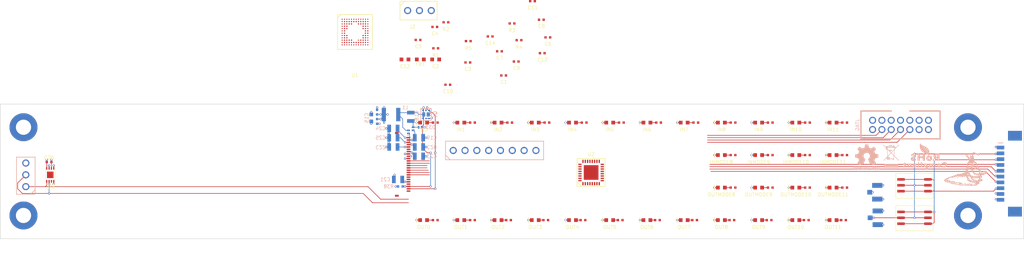
<source format=kicad_pcb>
(kicad_pcb (version 20211014) (generator pcbnew)
  (layers (0 "F.Cu" signal) (1 "In1.Cu" signal) (2 "In2.Cu" signal) (31 "B.Cu" signal) (34 "B.Paste" user) (35 "F.Paste" user) (36 "B.SilkS" user "B.Silkscreen") (37 "F.SilkS" user "F.Silkscreen") (38 "B.Mask" user) (39 "F.Mask" user) (44 "Edge.Cuts" user))
  (net 0 "")
  (net 1 "/3V3")
  (net 2 "/GND")
  (net 3 "/RST_N")
  (net 4 "/A3V3")
  (net 5 "/3V3_SB")
  (net 6 "Net-(D1-Pad2)")
  (net 7 "Net-(D2-Pad2)")
  (net 8 "Net-(D3-Pad2)")
  (net 9 "Net-(D4-Pad2)")
  (net 10 "Net-(D5-Pad2)")
  (net 11 "Net-(D6-Pad2)")
  (net 12 "Net-(D7-Pad2)")
  (net 13 "Net-(D8-Pad2)")
  (net 14 "Net-(D9-Pad2)")
  (net 15 "Net-(D10-Pad2)")
  (net 16 "Net-(D11-Pad2)")
  (net 17 "Net-(D12-Pad2)")
  (net 18 "Net-(D13-Pad2)")
  (net 19 "Net-(D14-Pad2)")
  (net 20 "Net-(D15-Pad2)")
  (net 21 "Net-(D16-Pad2)")
  (net 22 "Net-(D17-Pad2)")
  (net 23 "Net-(D18-Pad2)")
  (net 24 "Net-(D19-Pad2)")
  (net 25 "Net-(D20-Pad2)")
  (net 26 "Net-(D21-Pad2)")
  (net 27 "Net-(D22-Pad2)")
  (net 28 "Net-(D23-Pad2)")
  (net 29 "Net-(D24-Pad2)")
  (net 30 "Net-(D25-Pad2)")
  (net 31 "Net-(D26-Pad2)")
  (net 32 "Net-(D27-Pad2)")
  (net 33 "Net-(D28-Pad2)")
  (net 34 "Net-(D29-Pad2)")
  (net 35 "Net-(D30-Pad2)")
  (net 36 "Net-(D31-Pad2)")
  (net 37 "Net-(D32-Pad2)")
  (net 38 "/SOFT_RST")
  (net 39 "/FRONTPANEL_SCK")
  (net 40 "/FRONTPANEL_MISO")
  (net 41 "/FRONTPANEL_MOSI")
  (net 42 "/FRONTPANEL_CS_N")
  (net 43 "/SOFT_PWR")
  (net 44 "/UART_RX")
  (net 45 "/UART_TX")
  (net 47 "/JTAG_TMS")
  (net 48 "/JTAG_TCK")
  (net 49 "/JTAG_TDO")
  (net 50 "/JTAG_TDI")
  (net 53 "/BOOT0")
  (net 54 "Net-(R3-Pad1)")
  (net 55 "/I2C_SDA")
  (net 56 "/I2C_SCL")
  (net 57 "/DIROUT_LED_0")
  (net 58 "/DIROUT_LED_1")
  (net 59 "/DIROUT_LED_2")
  (net 60 "/DIROUT_LED_3")
  (net 61 "/DIRIN_LED_0")
  (net 62 "/DIRIN_LED_1")
  (net 63 "/DIRIN_LED_2")
  (net 64 "/DIRIN_LED_3")
  (net 65 "/TRIGOUT_LED_0")
  (net 66 "/TRIGOUT_LED_1")
  (net 67 "/TRIGOUT_LED_2")
  (net 68 "/TRIGOUT_LED_3")
  (net 69 "/TRIGOUT_LED_4")
  (net 70 "/TRIGOUT_LED_5")
  (net 71 "/TRIGOUT_LED_6")
  (net 72 "/TRIGOUT_LED_7")
  (net 73 "/TRIGOUT_LED_8")
  (net 74 "/TRIGOUT_LED_9")
  (net 75 "/TRIGOUT_LED_10")
  (net 76 "/TRIGOUT_LED_11")
  (net 77 "/TRIGIN_LED_0")
  (net 78 "/TRIGIN_LED_1")
  (net 79 "/TRIGIN_LED_2")
  (net 80 "/TRIGIN_LED_3")
  (net 81 "/TRIGIN_LED_4")
  (net 82 "/TRIGIN_LED_5")
  (net 83 "/TRIGIN_LED_6")
  (net 84 "/TRIGIN_LED_7")
  (net 85 "/TRIGIN_LED_8")
  (net 86 "/TRIGIN_LED_9")
  (net 87 "/TRIGIN_LED_10")
  (net 88 "/TRIGIN_LED_11")
  (net 142 "/TCA_RST_N")
  (net 145 "/DPY_GDR")
  (net 146 "/DPY_RESE")
  (net 148 "/DPY_VHDR")
  (net 151 "/DPY_BS")
  (net 152 "/DPY_BUSY_N")
  (net 153 "/DPY_RST_N")
  (net 154 "/DPY_DC")
  (net 155 "/DPY_SPI_CS_N")
  (net 156 "/DPY_SPI_SCK")
  (net 157 "/DPY_SPI_DATA")
  (net 158 "/DPY_VDDD")
  (net 160 "/DPY_VDH")
  (net 161 "/DPY_VGH")
  (net 162 "/DPY_VDL")
  (net 163 "/DPY_VGL")
  (net 164 "/DPY_VCOM")
  (net 169 "Net-(C18-Pad1)")
  (net 172 "Net-(C18-Pad2)")
  (footprint "azonenberg_pcb:EIA_0402_RES_NOSILK" (layer "F.Cu") (at 121.6 70.45)
    (fp_text reference "R5")
    (fp_text value "4.7K" hide)
  )
  (footprint "azonenberg_pcb:EIA_0603_LED" (layer "F.Cu") (at 151.99 109)
    (fp_text reference "D14" hide)
    (fp_text value "GREEN" hide)
  )
  (footprint "azonenberg_pcb:EIA_0603_LED" (layer "F.Cu") (at 119.99 109)
    (fp_text reference "D10" hide)
    (fp_text value "GREEN" hide)
  )
  (footprint "azonenberg_pcb:EIA_0402_RES_NOSILK" (layer "F.Cu") (at 162.25 109 180)
    (fp_text reference "R20" hide)
    (fp_text value "470" hide)
  )
  (footprint "azonenberg_pcb:EIA_0402_RES_NOSILK" (layer "F.Cu") (at 202.5 88 180)
    (fp_text reference "R37" hide)
    (fp_text value "470" hide)
  )
  (footprint "azonenberg_pcb:EIA_0402_RES_NOSILK" (layer "F.Cu") (at 130.25 109 180)
    (fp_text reference "R16" hide)
    (fp_text value "470" hide)
  )
  (footprint "azonenberg_pcb:EIA_0402_RES_NOSILK" (layer "F.Cu") (at 186.5 95 180)
    (fp_text reference "R11" hide)
    (fp_text value "470" hide)
  )
  (footprint "azonenberg_pcb:EIA_0603_LED" (layer "F.Cu") (at 127.99 109)
    (fp_text reference "D11" hide)
    (fp_text value "GREEN" hide)
  )
  (footprint "azonenberg_pcb:EIA_0603_CAP_NOSILK" (layer "F.Cu") (at 107.99 74.4)
    (fp_text reference "C12")
    (fp_text value "4.7 uF" hide)
  )
  (footprint "azonenberg_pcb:EIA_0402_RES_NOSILK" (layer "F.Cu") (at 194.25 109 180)
    (fp_text reference "R24" hide)
    (fp_text value "470" hide)
  )
  (footprint "azonenberg_pcb:CONN_HEADER_2.54MM_1x3" (layer "F.Cu") (at 111.105 63.875)
    (fp_text reference "J2")
    (fp_text value "CONN_01X03" hide)
  )
  (footprint "azonenberg_pcb:EIA_0603_LED" (layer "F.Cu") (at 176 95)
    (fp_text reference "D5" hide)
    (fp_text value "GREEN" hide)
  )
  (footprint "azonenberg_pcb:EIA_0603_CAP_NOSILK" (layer "F.Cu") (at 114.59 74.4)
    (fp_text reference "C2")
    (fp_text value "4.7 uF" hide)
  )
  (footprint "azonenberg_pcb:EIA_0603_LED" (layer "F.Cu") (at 176 88)
    (fp_text reference "D29" hide)
    (fp_text value "GREEN" hide)
  )
  (footprint "azonenberg_pcb:EIA_0402_CAP_NOSILK" (layer "F.Cu") (at 135.4 61.85)
    (fp_text reference "C11")
    (fp_text value "0.47 uF" hide)
  )
  (footprint "azonenberg_pcb:EIA_0402_RES_NOSILK" (layer "F.Cu") (at 178.5 95 180)
    (fp_text reference "R10" hide)
    (fp_text value "470" hide)
  )
  (footprint "azonenberg_pcb:EIA_0402_RES_NOSILK" (layer "F.Cu") (at 186.25 109 180)
    (fp_text reference "R23" hide)
    (fp_text value "470" hide)
  )
  (footprint "azonenberg_pcb:SWITCH_RAFI_MICON_5" (layer "F.Cu") (at 217.5 108.5 90)
    (fp_text reference "SW2" hide)
    (fp_text value "SWITCH" hide)
  )
  (footprint "azonenberg_pcb:EIA_0603_LED" (layer "F.Cu") (at 200 95)
    (fp_text reference "D8" hide)
    (fp_text value "GREEN" hide)
  )
  (footprint "azonenberg_pcb:EIA_0603_LED" (layer "F.Cu") (at 144 88)
    (fp_text reference "D25" hide)
    (fp_text value "GREEN" hide)
  )
  (footprint "azonenberg_pcb:EIA_0603_LED" (layer "F.Cu") (at 192 102)
    (fp_text reference "D3" hide)
    (fp_text value "GREEN" hide)
  )
  (footprint "azonenberg_pcb:EIA_0603_LED" (layer "F.Cu") (at 152 88)
    (fp_text reference "D26" hide)
    (fp_text value "GREEN" hide)
  )
  (footprint "azonenberg_pcb:EIA_0402_CAP_NOSILK" (layer "F.Cu") (at 117.2 79.85)
    (fp_text reference "C10")
    (fp_text value "0.47 uF" hide)
  )
  (footprint "azonenberg_pcb:EIA_0402_RES_NOSILK" (layer "F.Cu") (at 114.5 109 180)
    (fp_text reference "R14" hide)
    (fp_text value "470" hide)
  )
  (footprint "azonenberg_pcb:EIA_0402_RES_NOSILK" (layer "F.Cu") (at 202.5 95 180)
    (fp_text reference "R13" hide)
    (fp_text value "470" hide)
  )
  (footprint "azonenberg_pcb:EIA_0603_LED" (layer "F.Cu") (at 184 95)
    (fp_text reference "D6" hide)
    (fp_text value "GREEN" hide)
  )
  (footprint "azonenberg_pcb:EIA_0402_CAP_NOSILK" (layer "F.Cu") (at 126.3 69.45)
    (fp_text reference "C14")
    (fp_text value "0.47 uF" hide)
  )
  (footprint "azonenberg_pcb:EIA_0402_CAP_NOSILK" (layer "F.Cu") (at 137.3 65.85)
    (fp_text reference "C8")
    (fp_text value "0.47 uF" hide)
  )
  (footprint "azonenberg_pcb:EIA_0402_RES_NOSILK" (layer "F.Cu") (at 202.5 102 180)
    (fp_text reference "R9" hide)
    (fp_text value "470" hide)
  )
  (footprint "azonenberg_pcb:EIA_0603_LED" (layer "F.Cu") (at 192 109)
    (fp_text reference "D19" hide)
    (fp_text value "GREEN" hide)
  )
  (footprint "azonenberg_pcb:EIA_0402_CAP_NOSILK" (layer "F.Cu") (at 31.5 96.5)
    (fp_text reference "C26")
    (fp_text value "0.47 uF" hide)
  )
  (footprint "azonenberg_pcb:EIA_0603_LED" (layer "F.Cu") (at 184 88)
    (fp_text reference "D30" hide)
    (fp_text value "GREEN" hide)
  )
  (footprint "azonenberg_pcb:EIA_0603_LED" (layer "F.Cu") (at 136 88)
    (fp_text reference "D24" hide)
    (fp_text value "GREEN" hide)
  )
  (footprint "azonenberg_pcb:EIA_0603_LED" (layer "F.Cu") (at 176 102)
    (fp_text reference "D1" hide)
    (fp_text value "GREEN" hide)
  )
  (footprint "azonenberg_pcb:EIA_0402_RES_NOSILK" (layer "F.Cu") (at 114.6 72)
    (fp_text reference "R1")
    (fp_text value "10K" hide)
  )
  (footprint "azonenberg_pcb:EIA_0603_LED" (layer "F.Cu") (at 200 88)
    (fp_text reference "D32" hide)
    (fp_text value "GREEN" hide)
  )
  (footprint "azonenberg_pcb:EIA_0402_RES_NOSILK" (layer "F.Cu") (at 194.5 88 180)
    (fp_text reference "R36" hide)
    (fp_text value "470" hide)
  )
  (footprint "azonenberg_pcb:EIA_0402_RES_NOSILK" (layer "F.Cu") (at 202.25 109 180)
    (fp_text reference "R25" hide)
    (fp_text value "470" hide)
  )
  (footprint "azonenberg_pcb:EIA_0402_RES_NOSILK" (layer "F.Cu") (at 194.5 102 180)
    (fp_text reference "R8" hide)
    (fp_text value "470" hide)
  )
  (footprint "azonenberg_pcb:EIA_0402_RES_NOSILK" (layer "F.Cu") (at 116.8 66.4)
    (fp_text reference "R2")
    (fp_text value "DNP" hide)
  )
  (footprint "azonenberg_pcb:EIA_0402_RES_NOSILK" (layer "F.Cu") (at 186.5 88 180)
    (fp_text reference "R35" hide)
    (fp_text value "470" hide)
  )
  (footprint "azonenberg_pcb:EIA_0603_LED" (layer "F.Cu") (at 159.99 109)
    (fp_text reference "D15" hide)
    (fp_text value "GREEN" hide)
  )
  (footprint "azonenberg_pcb:EIA_0402_CAP_NOSILK" (layer "F.Cu") (at 121.5 75.05)
    (fp_text reference "C3")
    (fp_text value "0.1 uF" hide)
  )
  (footprint "azonenberg_pcb:BGA_100_7x7_DEPOP_0.5MM_STM32_UFBGA100_OSHPARK" (layer "F.Cu") (at 97.25 68.5)
    (fp_text reference "U1")
    (fp_text value "STM32L431VxIx" hide)
  )
  (footprint "azonenberg_pcb:EIA_0603_LED" (layer "F.Cu") (at 184 102)
    (fp_text reference "D2" hide)
    (fp_text value "GREEN" hide)
  )
  (footprint "azonenberg_pcb:EIA_0402_RES_NOSILK" (layer "F.Cu") (at 154.5 88 180)
    (fp_text reference "R31" hide)
    (fp_text value "470" hide)
  )
  (footprint "azonenberg_pcb:EIA_0402_CAP_NOSILK" (layer "F.Cu") (at 137.5 73.05)
    (fp_text reference "C13")
    (fp_text value "0.47 uF" hide)
  )
  (footprint "azonenberg_pcb:EIA_0402_CAP_NOSILK" (layer "F.Cu") (at 128.3 72.65)
    (fp_text reference "C7")
    (fp_text value "0.47 uF" hide)
  )
  (footprint "azonenberg_pcb:EIA_0402_RES_NOSILK" (layer "F.Cu") (at 130.5 88 180)
    (fp_text reference "R28" hide)
    (fp_text value "470" hide)
  )
  (footprint "azonenberg_pcb:EIA_0603_LED" (layer "F.Cu") (at 128 88)
    (fp_text reference "D23" hide)
    (fp_text value "GREEN" hide)
  )
  (footprint "azonenberg_pcb:EIA_0402_RES_NOSILK" (layer "F.Cu") (at 170.5 88 180)
    (fp_text reference "R33" hide)
    (fp_text value "470" hide)
  )
  (footprint "azonenberg_pcb:DFN_8_0.5MM_2x3MM_TALL" (layer "F.Cu") (at 31.75 99.25)
    (fp_text reference "U3")
    (fp_text value "AT30TS74_UDFN" hide)
  )
  (footprint "azonenberg_pcb:QFN_32_0.5MM_5x5MM" (layer "F.Cu") (at 148 98.75 90)
    (fp_text reference "U2")
    (fp_text value "TCA6424A" hide)
  )
  (footprint "azonenberg_pcb:EIA_0603_LED" (layer "F.Cu") (at 160 88)
    (fp_text reference "D27" hide)
    (fp_text value "GREEN" hide)
  )
  (footprint "azonenberg_pcb:EIA_0603_LED" (layer "F.Cu") (at 143.99 109)
    (fp_text reference "D13" hide)
    (fp_text value "GREEN" hide)
  )
  (footprint "azonenberg_pcb:EIA_0402_RES_NOSILK" (layer "F.Cu") (at 170.25 109 180)
    (fp_text reference "R21" hide)
    (fp_text value "470" hide)
  )
  (footprint "azonenberg_pcb:EIA_0402_RES_NOSILK" (layer "F.Cu") (at 146.25 109 180)
    (fp_text reference "R18" hide)
    (fp_text value "470" hide)
  )
  (footprint "azonenberg_pcb:EIA_0402_RES_NOSILK" (layer "F.Cu") (at 131 66.65)
    (fp_text reference "R3")
    (fp_text value "33" hide)
  )
  (footprint "azonenberg_pcb:EIA_0603_LED" (layer "F.Cu") (at 120 88)
    (fp_text reference "D22" hide)
    (fp_text value "GREEN" hide)
  )
  (footprint "azonenberg_pcb:EIA_0402_RES_NOSILK" (layer "F.Cu") (at 186.5 102 180)
    (fp_text reference "R7" hide)
    (fp_text value "470" hide)
  )
  (footprint "azonenberg_pcb:EIA_0402_CAP_NOSILK" (layer "F.Cu") (at 114.4 67.4)
    (fp_text reference "C4")
    (fp_text value "0.47 uF" hide)
  )
  (footprint "azonenberg_pcb:EIA_0402_RES_NOSILK" (layer "F.Cu") (at 122.5 109 180)
    (fp_text reference "R15" hide)
    (fp_text value "470" hide)
  )
  (footprint "azonenberg_pcb:EIA_0603_LED" (layer "F.Cu") (at 168 88)
    (fp_text reference "D28" hide)
    (fp_text value "GREEN" hide)
  )
  (footprint "azonenberg_pcb:EIA_0603_LED" (layer "F.Cu") (at 192 88)
    (fp_text reference "D31" hide)
    (fp_text value "GREEN" hide)
  )
  (footprint "azonenberg_pcb:EIA_0603_LED" (layer "F.Cu") (at 168 109)
    (fp_text reference "D16" hide)
    (fp_text value "GREEN" hide)
  )
  (footprint "azonenberg_pcb:EIA_0402_RES_NOSILK" (layer "F.Cu") (at 194.5 95 180)
    (fp_text reference "R12" hide)
    (fp_text value "470" hide)
  )
  (footprint "azonenberg_pcb:EIA_0603_INDUCTOR_NOSILK" (layer "F.Cu") (at 111.29 74.4)
    (fp_text reference "FB1")
    (fp_text value "MI0603J601R-10" hide)
  )
  (footprint "azonenberg_pcb:EIA_0402_RES_NOSILK" (layer "F.Cu") (at 114.5 88 180)
    (fp_text reference "R26" hide)
    (fp_text value "470" hide)
  )
  (footprint "azonenberg_pcb:EIA_0603_LED" (layer "F.Cu") (at 200 109)
    (fp_text reference "D20" hide)
    (fp_text value "GREEN" hide)
  )
  (footprint "azonenberg_pcb:EIA_0603_LED" (layer "F.Cu") (at 192 95)
    (fp_text reference "D7" hide)
    (fp_text value "GREEN" hide)
  )
  (footprint "azonenberg_pcb:EIA_0402_RES_NOSILK" (layer "F.Cu") (at 122.5 88 180)
    (fp_text reference "R27" hide)
    (fp_text value "470" hide)
  )
  (footprint "azonenberg_pcb:EIA_0402_RES_NOSILK" (layer "F.Cu") (at 178.25 109 180)
    (fp_text reference "R22" hide)
    (fp_text value "470" hide)
  )
  (footprint "azonenberg_pcb:EIA_0402_RES_NOSILK" (layer "F.Cu") (at 146.5 88 180)
    (fp_text reference "R30" hide)
    (fp_text value "470" hide)
  )
  (footprint "azonenberg_pcb:EIA_0402_RES_NOSILK" (layer "F.Cu") (at 162.5 88 180)
    (fp_text reference "R32" hide)
    (fp_text value "470" hide)
  )
  (footprint "azonenberg_pcb:EIA_0603_LED" (layer "F.Cu") (at 176 109)
    (fp_text reference "D17" hide)
    (fp_text value "GREEN" hide)
  )
  (footprint "azonenberg_pcb:EIA_0402_RES_NOSILK" (layer "F.Cu") (at 154.25 109 180)
    (fp_text reference "R19" hide)
    (fp_text value "470" hide)
  )
  (footprint "azonenberg_pcb:EIA_0402_RES_NOSILK" (layer "F.Cu") (at 178.5 88 180)
    (fp_text reference "R34" hide)
    (fp_text value "470" hide)
  )
  (footprint "azonenberg_pcb:SWITCH_RAFI_MICON_5" (layer "F.Cu") (at 217.5 101.5 90)
    (fp_text reference "SW1" hide)
    (fp_text value "SWITCH" hide)
  )
  (footprint "azonenberg_pcb:EIA_0402_CAP_NOSILK" (layer "F.Cu") (at 131.9 74.85)
    (fp_text reference "C9")
    (fp_text value "0.47 uF" hide)
  )
  (footprint "azonenberg_pcb:EIA_0402_CAP_NOSILK" (layer "F.Cu") (at 110.8 70.2)
    (fp_text reference "C5")
    (fp_text value "0.47 uF" hide)
  )
  (footprint "azonenberg_pcb:EIA_0603_LED" (layer "F.Cu") (at 135.99 109)
    (fp_text reference "D12" hide)
    (fp_text value "GREEN" hide)
  )
  (footprint "azonenberg_pcb:EIA_0603_LED" (layer "F.Cu") (at 112 88)
    (fp_text reference "D21" hide)
    (fp_text value "GREEN" hide)
  )
  (footprint "azonenberg_pcb:EIA_0603_LED" (layer "F.Cu") (at 111.99 109)
    (fp_text reference "D9" hide)
    (fp_text value "GREEN" hide)
  )
  (footprint "azonenberg_pcb:EIA_0402_RES_NOSILK" (layer "F.Cu") (at 138.249999 109 180)
    (fp_text reference "R17" hide)
    (fp_text value "470" hide)
  )
  (footprint "azonenberg_pcb:EIA_0603_LED" (layer "F.Cu") (at 184 109)
    (fp_text reference "D18" hide)
    (fp_text value "GREEN" hide)
  )
  (footprint "azonenberg_pcb:CONN_FFC_0.5MM_1x24_HIROSE_FH34SRJ-24S-0.5SH(50)" (layer "F.Cu") (at 108.75 97 -90)
    (fp_text reference "J4" hide)
    (fp_text value "DISPLAY" hide)
  )
  (footprint "azonenberg_pcb:EIA_0603_LED" (layer "F.Cu") (at 200 102)
    (fp_text reference "D4" hide)
    (fp_text value "GREEN" hide)
  )
  (footprint "azonenberg_pcb:EIA_0402_CAP_NOSILK" (layer "F.Cu") (at 129.2 77.85)
    (fp_text reference "C1")
    (fp_text value "0.47 uF" hide)
  )
  (footprint "azonenberg_pcb:EIA_0402_RES_NOSILK" (layer "F.Cu") (at 138.5 88 180)
    (fp_text reference "R29" hide)
    (fp_text value "470" hide)
  )
  (footprint "azonenberg_pcb:EIA_0402_RES_NOSILK" (layer "F.Cu") (at 178.5 102 180)
    (fp_text reference "R6" hide)
    (fp_text value "470" hide)
  )
  (footprint "azonenberg_pcb:EIA_0402_RES_NOSILK" (layer "F.Cu") (at 132.5 70.25)
    (fp_text reference "R4")
    (fp_text value "4.7K" hide)
  )
  (footprint "azonenberg_pcb:EIA_0402_CAP_NOSILK" (layer "F.Cu") (at 138.7 69.65)
    (fp_text reference "C6")
    (fp_text value "0.47 uF" hide)
  )
  (footprint "azonenberg_pcb:XILINX_JTAG_PTH_MOLEX_0878311420" (layer "B.Cu") (at 214.5 88.5)
    (fp_text reference "J3" hide)
    (fp_text value "XILINX_JTAG" hide)
  )
  (footprint "w_logo:Logo_silk_OSHW_6x6mm" (layer "B.Cu") (at 207.245 94.944565 180)
    (fp_text reference "M3" hide)
    (fp_text value "LOGO" hide)
  )
  (footprint "azonenberg_pcb:EIA_0402_RES_NOSILK" (layer "B.Cu") (at 107 101.75 180)
    (fp_text reference "R38")
    (fp_text value "0.47" hide)
  )
  (footprint "azonenberg_pcb:EIA_1210_CAP_NOSILK" (layer "B.Cu") (at 105 86.25 180)
    (fp_text reference "L1")
    (fp_text value "TFM322512ALMA100MTAA" hide)
  )
  (footprint "w_logo:Logo_silk_ROHS_10x5.6mm" (layer "B.Cu") (at 219.75 95.25 180)
    (fp_text reference "M4" hide)
    (fp_text value "LOGO" hide)
  )
  (footprint "azonenberg_pcb:CONN_MOLEX_PICOBLADE_10POS_0532611071" (layer "B.Cu") (at 236 99 90)
    (fp_text reference "J1" hide)
    (fp_text value "PICOBLADE_10POS" hide)
  )
  (footprint "azonenberg_pcb:CONN_HEADER_2.54MM_1x3" (layer "B.Cu") (at 26.5 99.25 90)
    (fp_text reference "TP1" hide)
    (fp_text value "CONN_01X03" hide)
  )
  (footprint "azonenberg_pcb:SOD882" (layer "B.Cu") (at 111.25 89 180)
    (fp_text reference "D33")
    (fp_text value "CTS05S30,L3F" hide)
  )
  (footprint "azonenberg_pcb:CONN_HEADER_2.54MM_1x8" (layer "B.Cu") (at 127.25 94)
    (fp_text reference "TP2" hide)
    (fp_text value "CONN_01X08" hide)
  )
  (footprint "azonenberg_pcb:EIA_0805_CAP_NOSILK" (layer "B.Cu") (at 105.5 93.25 180)
    (fp_text reference "C22")
    (fp_text value "1 uF 25V" hide)
  )
  (footprint "azonenberg_pcb:SOD882" (layer "B.Cu") (at 108.75 90 90)
    (fp_text reference "D35" hide)
    (fp_text value "CTS05S30,L3F" hide)
  )
  (footprint "azonenberg_pcb:EIA_0805_CAP_NOSILK" (layer "B.Cu") (at 111 95.25)
    (fp_text reference "C23")
    (fp_text value "1 uF 25V" hide)
  )
  (footprint "azonenberg_pcb:MECHANICAL_CLEARANCEHOLE_4_40" (layer "B.Cu") (at 229 89 180)
    (fp_text reference "MH2" hide)
    (fp_text value "SCREWHOLE" hide)
  )
  (footprint "azonenberg_pcb:SOD882" (layer "B.Cu") (at 109.75 89.325 -90)
    (fp_text reference "D34" hide)
    (fp_text value "CTS05S30,L3F" hide)
  )
  (footprint "azonenberg_pcb:EIA_0805_CAP_NOSILK" (layer "B.Cu") (at 105.5 91.25 180)
    (fp_text reference "C25")
    (fp_text value "1 uF 25V" hide)
  )
  (footprint "azonenberg_pcb:CONN_U.FL_TE_1909763-1" (layer "B.Cu") (at 209.4 103 90)
    (fp_text reference "TP4" hide)
    (fp_text value "U.FL" hide)
  )
  (footprint "w_logo:Logo_silk_WEEE_3.4x5mm" (layer "B.Cu") (at 212.5 95.25 180)
    (fp_text reference "M2" hide)
    (fp_text value "LOGO" hide)
  )
  (footprint "azonenberg_pcb:EIA_0805_CAP_NOSILK" (layer "B.Cu") (at 106.5 100.25 180)
    (fp_text reference "C21")
    (fp_text value "1 uF 25V" hide)
  )
  (footprint "azonenberg_pcb:EIA_0805_CAP_NOSILK" (layer "B.Cu") (at 111 91.25)
    (fp_text reference "C19")
    (fp_text value "1 uF 25V" hide)
  )
  (footprint "azonenberg_pcb:DFN_6_0.65MM_2x2MM_GDS" (layer "B.Cu") (at 112.5 86.25)
    (fp_text reference "Q1")
    (fp_text value "SSM6N58NU" hide)
  )
  (footprint "azonenberg_pcb:EIA_0805_CAP_NOSILK" (layer "B.Cu") (at 105.5 89.25 180)
    (fp_text reference "C24")
    (fp_text value "1 uF 25V" hide)
  )
  (footprint "azonenberg_pcb:CONN_U.FL_TE_1909763-1" (layer "B.Cu") (at 209.5 108.5 90)
    (fp_text reference "TP5" hide)
    (fp_text value "U.FL" hide)
  )
  (footprint "azonenberg_pcb:EIA_0805_CAP_NOSILK" (layer "B.Cu") (at 111 93.25)
    (fp_text reference "C20")
    (fp_text value "1 uF 25V" hide)
  )
  (footprint "azonenberg_pcb:EIA_0805_CAP_NOSILK" (layer "B.Cu") (at 109.25 86.75 -90)
    (fp_text reference "C18")
    (fp_text value "4.7 uF 25V" hide)
  )
  (footprint "azonenberg_pcb:EIA_0402_CAP_NOSILK" (layer "B.Cu") (at 102 85.75 90)
    (fp_text reference "C17" hide)
    (fp_text value "0.47 uF" hide)
  )
  (footprint "azonenberg_pcb:EIA_0603_CAP_NOSILK" (layer "B.Cu") (at 100.75 87 -90)
    (fp_text reference "C15")
    (fp_text value "4.7 uF" hide)
  )
  (footprint "azonenberg_pcb:EIA_0402_CAP_NOSILK" (layer "B.Cu") (at 102 87.75 -90)
    (fp_text reference "C16" hide)
    (fp_text value "0.47 uF" hide)
  )
  (footprint "azonenberg_pcb:MECHANICAL_CLEARANCEHOLE_4_40" (layer "B.Cu") (at 26 89 180)
    (fp_text reference "MH3" hide)
    (fp_text value "SCREWHOLE" hide)
  )
  (footprint "azonenberg_pcb:LONGTHING-1200DPI" (layer "B.Cu") (at 227.950969 98.379721 180)
    (fp_text reference "M1" hide)
    (fp_text value "LOGO" hide)
  )
  (footprint "azonenberg_pcb:MECHANICAL_CLEARANCEHOLE_4_40" (layer "B.Cu") (at 229 108 180)
    (fp_text reference "MH4" hide)
    (fp_text value "SCREWHOLE" hide)
  )
  (footprint "azonenberg_pcb:MECHANICAL_CLEARANCEHOLE_4_40" (layer "B.Cu") (at 26 108 180)
    (fp_text reference "MH1" hide)
    (fp_text value "SCREWHOLE" hide)
  )
  (gr_line (start 21 113) (end 21 84) (layer "Edge.Cuts") (width 0.1))
  (gr_line (start 241 84) (end 241 113) (layer "Edge.Cuts") (width 0.1))
  (gr_line (start 21 84) (end 241 84) (layer "Edge.Cuts") (width 0.1))
  (gr_line (start 241 113) (end 21 113) (layer "Edge.Cuts") (width 0.1))
  (gr_text "JTAG" (at 205.25 88.5 90) (layer "B.SilkS") (effects (font (size 0.75 0.75) (thickness 0.1)) (justify mirror)))
  (gr_text "OUT0" (at 112 110.5) (layer "F.SilkS") (effects (font (size 0.75 0.75) (thickness 0.1))))
  (gr_text "OUT10" (at 192 110.5) (layer "F.SilkS") (effects (font (size 0.75 0.75) (thickness 0.1))))
  (gr_text "OUT3" (at 136 110.5) (layer "F.SilkS") (effects (font (size 0.75 0.75) (thickness 0.1))))
  (gr_text "INMODE11" (at 200 96.5) (layer "F.SilkS") (effects (font (size 0.75 0.75) (thickness 0.1))))
  (gr_text "IN1" (at 120 89.5) (layer "F.SilkS") (effects (font (size 0.75 0.75) (thickness 0.1))))
  (gr_text "IN11" (at 200 89.5) (layer "F.SilkS") (effects (font (size 0.75 0.75) (thickness 0.1))))
  (gr_text "OUT4" (at 144 110.5) (layer "F.SilkS") (effects (font (size 0.75 0.75) (thickness 0.1))))
  (gr_text "INMODE10" (at 192 96.5) (layer "F.SilkS") (effects (font (size 0.75 0.75) (thickness 0.1))))
  (gr_text "OUTMODE9" (at 184 103.5) (layer "F.SilkS") (effects (font (size 0.75 0.75) (thickness 0.1))))
  (gr_text "IN9" (at 184 89.5) (layer "F.SilkS") (effects (font (size 0.75 0.75) (thickness 0.1))))
  (gr_text "OUT7" (at 168 110.5) (layer "F.SilkS") (effects (font (size 0.75 0.75) (thickness 0.1))))
  (gr_text "OUTMODE8" (at 176 103.5) (layer "F.SilkS") (effects (font (size 0.75 0.75) (thickness 0.1))))
  (gr_text "OUT11" (at 200 110.5) (layer "F.SilkS") (effects (font (size 0.75 0.75) (thickness 0.1))))
  (gr_text "OUTMODE11" (at 200 103.5) (layer "F.SilkS") (effects (font (size 0.75 0.75) (thickness 0.1))))
  (gr_text "OUT8" (at 176 110.5) (layer "F.SilkS") (effects (font (size 0.75 0.75) (thickness 0.1))))
  (gr_text "OUT6" (at 160 110.5) (layer "F.SilkS") (effects (font (size 0.75 0.75) (thickness 0.1))))
  (gr_text "INMODE9" (at 184 96.5) (layer "F.SilkS") (effects (font (size 0.75 0.75) (thickness 0.1))))
  (gr_text "IN4" (at 144 89.5) (layer "F.SilkS") (effects (font (size 0.75 0.75) (thickness 0.1))))
  (gr_text "IN10" (at 192 89.5) (layer "F.SilkS") (effects (font (size 0.75 0.75) (thickness 0.1))))
  (gr_text "IN2" (at 128 89.5) (layer "F.SilkS") (effects (font (size 0.75 0.75) (thickness 0.1))))
  (gr_text "IN6" (at 160 89.5) (layer "F.SilkS") (effects (font (size 0.75 0.75) (thickness 0.1))))
  (gr_text "OUT2" (at 128 110.5) (layer "F.SilkS") (effects (font (size 0.75 0.75) (thickness 0.1))))
  (gr_text "OUT5" (at 152 110.5) (layer "F.SilkS") (effects (font (size 0.75 0.75) (thickness 0.1))))
  (gr_text "IN3" (at 136 89.5) (layer "F.SilkS") (effects (font (size 0.75 0.75) (thickness 0.1))))
  (gr_text "INMODE8" (at 176 96.5) (layer "F.SilkS") (effects (font (size 0.75 0.75) (thickness 0.1))))
  (gr_text "IN7" (at 168 89.5) (layer "F.SilkS") (effects (font (size 0.75 0.75) (thickness 0.1))))
  (gr_text "IN0" (at 112 89.5) (layer "F.SilkS") (effects (font (size 0.75 0.75) (thickness 0.1))))
  (gr_text "IN8" (at 176 89.5) (layer "F.SilkS") (effects (font (size 0.75 0.75) (thickness 0.1))))
  (gr_text "IN5" (at 152 89.5) (layer "F.SilkS") (effects (font (size 0.75 0.75) (thickness 0.1))))
  (gr_text "OUT1" (at 120 110.5) (layer "F.SilkS") (effects (font (size 0.75 0.75) (thickness 0.1))))
  (gr_text "OUTMODE10" (at 192 103.5) (layer "F.SilkS") (effects (font (size 0.75 0.75) (thickness 0.1))))
  (gr_text "OUT9" (at 184 110.5) (layer "F.SilkS") (effects (font (size 0.75 0.75) (thickness 0.1))))
  (segment (start 31 96.5) (end 31 97.85) (width 0.125) (layer "F.Cu") (net 1))
  (segment (start 108.75 95.25) (end 109.25 95.25) (width 0.125) (layer "F.Cu") (net 1))
  (segment (start 108.75 95.75) (end 108 95.75) (width 0.125) (layer "F.Cu") (net 1))
  (segment (start 31 96.5) (end 31 96) (width 0.125) (layer "F.Cu") (net 1))
  (via (at 31 96) (size 0.45) (drill 0.25) (layers "F.Cu" "B.Cu") (net 1))
  (via (at 235 103.25) (size 0.45) (drill 0.25) (layers "F.Cu" "B.Cu") (net 1))
  (via (at 102.75 87.25) (size 0.45) (drill 0.25) (layers "F.Cu" "B.Cu") (net 1))
  (via (at 208.5 103) (size 0.45) (drill 0.25) (layers "F.Cu" "B.Cu") (net 1))
  (via (at 102.75 86.25) (size 0.45) (drill 0.25) (layers "F.Cu" "B.Cu") (net 1))
  (via (at 108 95.75) (size 0.45) (drill 0.25) (layers "F.Cu" "B.Cu") (net 1))
  (via (at 104.25 86.25) (size 0.45) (drill 0.25) (layers "F.Cu" "B.Cu") (net 1))
  (via (at 103.5 84.75) (size 0.45) (drill 0.25) (layers "F.Cu" "B.Cu") (net 1))
  (via (at 109.25 95.25) (size 0.45) (drill 0.25) (layers "F.Cu" "B.Cu") (net 1))
  (via (at 100.75 85.75) (size 0.45) (drill 0.25) (layers "F.Cu" "B.Cu") (net 1))
  (via (at 103.5 88) (size 0.45) (drill 0.25) (layers "F.Cu" "B.Cu") (net 1))
  (segment (start 100.75 86.25) (end 100.75 85.75) (width 0.125) (layer "B.Cu") (net 1))
  (segment (start 103.45 87.95) (end 103.5 88) (width 0.125) (layer "B.Cu") (net 1))
  (segment (start 103.45 86.26493) (end 103.45 87.95) (width 0.125) (layer "B.Cu") (net 1))
  (segment (start 102 86.25) (end 102.75 86.25) (width 0.125) (layer "B.Cu") (net 1))
  (segment (start 103.45 86.26493) (end 104.23507 86.26493) (width 0.125) (layer "B.Cu") (net 1))
  (segment (start 235.125 103.375) (end 235 103.25) (width 0.125) (layer "B.Cu") (net 1))
  (segment (start 103.45 86.26493) (end 103.45 84.8) (width 0.125) (layer "B.Cu") (net 1))
  (segment (start 103.45 86.26493) (end 103.45 86.55) (width 0.125) (layer "B.Cu") (net 1))
  (segment (start 236 103.375) (end 235.125 103.375) (width 0.125) (layer "B.Cu") (net 1))
  (segment (start 103.45 86.55) (end 102.75 87.25) (width 0.125) (layer "B.Cu") (net 1))
  (segment (start 102.76493 86.26493) (end 102.75 86.25) (width 0.125) (layer "B.Cu") (net 1))
  (segment (start 103.45 86.26493) (end 102.76493 86.26493) (width 0.125) (layer "B.Cu") (net 1))
  (segment (start 102.75 87.25) (end 102 87.25) (width 0.125) (layer "B.Cu") (net 1))
  (segment (start 104.23507 86.26493) (end 104.25 86.25) (width 0.125) (layer "B.Cu") (net 1))
  (segment (start 103.45 84.8) (end 103.5 84.75) (width 0.125) (layer "B.Cu") (net 1))
  (segment (start 208.5 103) (end 207.875 103) (width 0.125) (layer "B.Cu") (net 1))
  (segment (start 110.5 109) (end 111.24 109) (width 0.125) (layer "F.Cu") (net 2))
  (segment (start 111.25 88) (end 110.5 88) (width 0.125) (layer "F.Cu") (net 2))
  (segment (start 158.5 109) (end 159.24 109) (width 0.125) (layer "F.Cu") (net 2))
  (segment (start 191.25 102) (end 190.5 102) (width 0.125) (layer "F.Cu") (net 2))
  (segment (start 32.5 97.25) (end 32.5 97.85) (width 0.125) (layer "F.Cu") (net 2))
  (segment (start 175.25 102) (end 174.5 102) (width 0.125) (layer "F.Cu") (net 2))
  (segment (start 190.5 88) (end 191.25 88) (width 0.125) (layer "F.Cu") (net 2))
  (segment (start 182.5 88) (end 183.25 88) (width 0.125) (layer "F.Cu") (net 2))
  (segment (start 174.5 88) (end 175.25 88) (width 0.125) (layer "F.Cu") (net 2))
  (segment (start 183.25 102) (end 182.5 102) (width 0.125) (layer "F.Cu") (net 2))
  (segment (start 143.25 88) (end 142.5 88) (width 0.125) (layer "F.Cu") (net 2))
  (segment (start 158.5 88) (end 159.25 88) (width 0.125) (layer "F.Cu") (net 2))
  (segment (start 32.5 100.65) (end 32.5 101.25) (width 0.125) (layer "F.Cu") (net 2))
  (segment (start 166.5 88) (end 167.25 88) (width 0.125) (layer "F.Cu") (net 2))
  (segment (start 198.5 88) (end 199.25 88) (width 0.125) (layer "F.Cu") (net 2))
  (segment (start 31.5 97.25) (end 31.5 97.85) (width 0.125) (layer "F.Cu") (net 2))
  (segment (start 118.5 88) (end 119.25 88) (width 0.125) (layer "F.Cu") (net 2))
  (segment (start 198.5 109) (end 199.25 109) (width 0.125) (layer "F.Cu") (net 2))
  (segment (start 126.5 109) (end 127.24 109) (width 0.125) (layer "F.Cu") (net 2))
  (segment (start 183.25 95) (end 182.5 95) (width 0.125) (layer "F.Cu") (net 2))
  (segment (start 199.25 102) (end 198.5 102) (width 0.125) (layer "F.Cu") (net 2))
  (segment (start 150.5 88) (end 151.25 88) (width 0.125) (layer "F.Cu") (net 2))
  (segment (start 190.5 109) (end 191.25 109) (width 0.125) (layer "F.Cu") (net 2))
  (segment (start 134.5 88) (end 135.25 88) (width 0.125) (layer "F.Cu") (net 2))
  (segment (start 166.5 109) (end 167.25 109) (width 0.125) (layer "F.Cu") (net 2))
  (segment (start 199.25 95) (end 198.5 95) (width 0.125) (layer "F.Cu") (net 2))
  (segment (start 142.5 109) (end 143.24 109) (width 0.125) (layer "F.Cu") (net 2))
  (segment (start 175.25 95) (end 174.5 95) (width 0.125) (layer "F.Cu") (net 2))
  (segment (start 174.5 109) (end 175.25 109) (width 0.125) (layer "F.Cu") (net 2))
  (segment (start 32 96.5) (end 32 97.85) (width 0.125) (layer "F.Cu") (net 2))
  (segment (start 118.5 109) (end 119.24 109) (width 0.125) (layer "F.Cu") (net 2))
  (segment (start 126.5 88) (end 127.25 88) (width 0.125) (layer "F.Cu") (net 2))
  (segment (start 32 96.5) (end 32 96) (width 0.125) (layer "F.Cu") (net 2))
  (segment (start 182.5 109) (end 183.25 109) (width 0.125) (layer "F.Cu") (net 2))
  (segment (start 108.75 94.75) (end 108 94.75) (width 0.125) (layer "F.Cu") (net 2))
  (segment (start 191.25 95) (end 190.5 95) (width 0.125) (layer "F.Cu") (net 2))
  (segment (start 134.5 109) (end 135.24 109) (width 0.125) (layer "F.Cu") (net 2))
  (segment (start 150.5 109) (end 151.24 109) (width 0.125) (layer "F.Cu") (net 2))
  (via (at 190.5 95) (size 0.45) (drill 0.25) (layers "F.Cu" "B.Cu") (net 2))
  (via (at 134.5 88) (size 0.45) (drill 0.25) (layers "F.Cu" "B.Cu") (net 2))
  (via (at 174.5 88) (size 0.45) (drill 0.25) (layers "F.Cu" "B.Cu") (net 2))
  (via (at 106 101.75) (size 0.45) (drill 0.25) (layers "F.Cu" "B.Cu") (net 2))
  (via (at 190.5 88) (size 0.45) (drill 0.25) (layers "F.Cu" "B.Cu") (net 2))
  (via (at 102 84.75) (size 0.45) (drill 0.25) (layers "F.Cu" "B.Cu") (net 2))
  (via (at 113.5 85.25) (size 0.45) (drill 0.25) (layers "F.Cu" "B.Cu") (net 2))
  (via (at 182.5 95) (size 0.45) (drill 0.25) (layers "F.Cu" "B.Cu") (net 2))
  (via (at 198.5 109) (size 0.45) (drill 0.25) (layers "F.Cu" "B.Cu") (net 2))
  (via (at 182.5 102) (size 0.45) (drill 0.25) (layers "F.Cu" "B.Cu") (net 2))
  (via (at 102.5 88.25) (size 0.45) (drill 0.25) (layers "F.Cu" "B.Cu") (net 2))
  (via (at 198.5 102) (size 0.45) (drill 0.25) (layers "F.Cu" "B.Cu") (net 2))
  (via (at 134.5 109) (size 0.45) (drill 0.25) (layers "F.Cu" "B.Cu") (net 2))
  (via (at 142.5 88) (size 0.45) (drill 0.25) (layers "F.Cu" "B.Cu") (net 2))
  (via (at 110.5 88) (size 0.45) (drill 0.25) (layers "F.Cu" "B.Cu") (net 2))
  (via (at 104.5 90.25) (size 0.45) (drill 0.25) (layers "F.Cu" "B.Cu") (net 2))
  (via (at 126.5 88) (size 0.45) (drill 0.25) (layers "F.Cu" "B.Cu") (net 2))
  (via (at 174.5 95) (size 0.45) (drill 0.25) (layers "F.Cu" "B.Cu") (net 2))
  (via (at 182.5 109) (size 0.45) (drill 0.25) (layers "F.Cu" "B.Cu") (net 2))
  (via (at 108 94.75) (size 0.45) (drill 0.25) (layers "F.Cu" "B.Cu") (net 2))
  (via (at 104.5 92.25) (size 0.45) (drill 0.25) (layers "F.Cu" "B.Cu") (net 2))
  (via (at 118.5 88) (size 0.45) (drill 0.25) (layers "F.Cu" "B.Cu") (net 2))
  (via (at 112.5 95.25) (size 0.45) (drill 0.25) (layers "F.Cu" "B.Cu") (net 2))
  (via (at 100.75 88.25) (size 0.45) (drill 0.25) (layers "F.Cu" "B.Cu") (net 2))
  (via (at 174.5 109) (size 0.45) (drill 0.25) (layers "F.Cu" "B.Cu") (net 2))
  (via (at 32 96) (size 0.45) (drill 0.25) (layers "F.Cu" "B.Cu") (net 2))
  (via (at 235 93.25) (size 0.45) (drill 0.25) (layers "F.Cu" "B.Cu") (net 2))
  (via (at 104 91.25) (size 0.45) (drill 0.25) (layers "F.Cu" "B.Cu") (net 2))
  (via (at 32.5 97.25) (size 0.45) (drill 0.25) (layers "F.Cu" "B.Cu") (net 2))
  (via (at 113.5 86.25) (size 0.45) (drill 0.25) (layers "F.Cu" "B.Cu") (net 2))
  (via (at 112.25 89) (size 0.45) (drill 0.25) (layers "F.Cu" "B.Cu") (net 2))
  (via (at 210.75 101.5) (size 0.45) (drill 0.25) (layers "F.Cu" "B.Cu") (net 2))
  (via (at 126.5 109) (size 0.45) (drill 0.25) (layers "F.Cu" "B.Cu") (net 2))
  (via (at 104 93.25) (size 0.45) (drill 0.25) (layers "F.Cu" "B.Cu") (net 2))
  (via (at 210.75 110) (size 0.45) (drill 0.25) (layers "F.Cu" "B.Cu") (net 2))
  (via (at 198.5 95) (size 0.45) (drill 0.25) (layers "F.Cu" "B.Cu") (net 2))
  (via (at 235 104.5) (size 0.45) (drill 0.25) (layers "F.Cu" "B.Cu") (net 2))
  (via (at 190.5 109) (size 0.45) (drill 0.25) (layers "F.Cu" "B.Cu") (net 2))
  (via (at 182.5 88) (size 0.45) (drill 0.25) (layers "F.Cu" "B.Cu") (net 2))
  (via (at 210.75 104.5) (size 0.45) (drill 0.25) (layers "F.Cu" "B.Cu") (net 2))
  (via (at 31.5 97.25) (size 0.45) (drill 0.25) (layers "F.Cu" "B.Cu") (net 2))
  (via (at 174.5 102) (size 0.45) (drill 0.25) (layers "F.Cu" "B.Cu") (net 2))
  (via (at 158.5 88) (size 0.45) (drill 0.25) (layers "F.Cu" "B.Cu") (net 2))
  (via (at 210.75 107) (size 0.45) (drill 0.25) (layers "F.Cu" "B.Cu") (net 2))
  (via (at 166.5 109) (size 0.45) (drill 0.25) (layers "F.Cu" "B.Cu") (net 2))
  (via (at 198.5 88) (size 0.45) (drill 0.25) (layers "F.Cu" "B.Cu") (net 2))
  (via (at 158.5 109) (size 0.45) (drill 0.25) (layers "F.Cu" "B.Cu") (net 2))
  (via (at 110.5 109) (size 0.45) (drill 0.25) (layers "F.Cu" "B.Cu") (net 2))
  (via (at 104 89.25) (size 0.45) (drill 0.25) (layers "F.Cu" "B.Cu") (net 2))
  (via (at 150.5 109) (size 0.45) (drill 0.25) (layers "F.Cu" "B.Cu") (net 2))
  (via (at 150.5 88) (size 0.45) (drill 0.25) (layers "F.Cu" "B.Cu") (net 2))
  (via (at 112.5 93.25) (size 0.45) (drill 0.25) (layers "F.Cu" "B.Cu") (net 2))
  (via (at 105.75 99.25) (size 0.45) (drill 0.25) (layers "F.Cu" "B.Cu") (net 2))
  (via (at 32.5 101.25) (size 0.45) (drill 0.25) (layers "F.Cu" "B.Cu") (net 2))
  (via (at 113.75 87) (size 0.45) (drill 0.25) (layers "F.Cu" "B.Cu") (net 2))
  (via (at 112.5 91.25) (size 0.45) (drill 0.25) (layers "F.Cu" "B.Cu") (net 2))
  (via (at 118.5 109) (size 0.45) (drill 0.25) (layers "F.Cu" "B.Cu") (net 2))
  (via (at 142.5 109) (size 0.45) (drill 0.25) (layers "F.Cu" "B.Cu") (net 2))
  (via (at 166.5 88) (size 0.45) (drill 0.25) (layers "F.Cu" "B.Cu") (net 2))
  (via (at 190.5 102) (size 0.45) (drill 0.25) (layers "F.Cu" "B.Cu") (net 2))
  (segment (start 104.6 93.25) (end 104 93.25) (width 0.125) (layer "B.Cu") (net 2))
  (segment (start 111.575 89) (end 112.25 89) (width 0.125) (layer "B.Cu") (net 2))
  (segment (start 113.15 87.11) (end 113.64 87.11) (width 0.125) (layer "B.Cu") (net 2))
  (segment (start 104.5 92.25) (end 104.5 93.15) (width 0.125) (layer "B.Cu") (net 2))
  (segment (start 102 85.25) (end 102 84.75) (width 0.125) (layer "B.Cu") (net 2))
  (segment (start 112.5 93.25) (end 111.9 93.25) (width 0.125) (layer "B.Cu") (net 2))
  (segment (start 104.6 89.25) (end 104.6 90.15) (width 0.125) (layer "B.Cu") (net 2))
  (segment (start 104.5 91.15) (end 104.6 91.25) (width 0.125) (layer "B.Cu") (net 2))
  (segment (start 104.6 90.15) (end 104.5 90.25) (width 0.125) (layer "B.Cu") (net 2))
  (segment (start 104 91.25) (end 104.6 91.25) (width 0.125) (layer "B.Cu") (net 2))
  (segment (start 112.5 87.11) (end 113.15 87.11) (width 0.125) (layer "B.Cu") (net 2))
  (segment (start 236 104.625) (end 235.125 104.625) (width 0.125) (layer "B.Cu") (net 2))
  (segment (start 210.725 104.475) (end 210.75 104.5) (width 0.125) (layer "B.Cu") (net 2))
  (segment (start 113.64 87.11) (end 113.75 87) (width 0.125) (layer "B.Cu") (net 2))
  (segment (start 105.6 99.4) (end 105.75 99.25) (width 0.125) (layer "B.Cu") (net 2))
  (segment (start 235.125 104.625) (end 235 104.5) (width 0.125) (layer "B.Cu") (net 2))
  (segment (start 209.6 109.975) (end 210.725 109.975) (width 0.125) (layer "B.Cu") (net 2))
  (segment (start 209.5 104.475) (end 210.725 104.475) (width 0.125) (layer "B.Cu") (net 2))
  (segment (start 112.975 86.25) (end 113.5 86.25) (width 0.125) (layer "B.Cu") (net 2))
  (segment (start 113.15 85.39) (end 113.36 85.39) (width 0.125) (layer "B.Cu") (net 2))
  (segment (start 104.5 90.25) (end 104.5 91.15) (width 0.125) (layer "B.Cu") (net 2))
  (segment (start 209.5 101.525) (end 210.725 101.525) (width 0.125) (layer "B.Cu") (net 2))
  (segment (start 111.9 91.25) (end 112.5 91.25) (width 0.125) (layer "B.Cu") (net 2))
  (segment (start 104.5 93.15) (end 104.6 93.25) (width 0.125) (layer "B.Cu") (net 2))
  (segment (start 210.725 107.025) (end 210.75 107) (width 0.125) (layer "B.Cu") (net 2))
  (segment (start 106.5 101.75) (end 106 101.75) (width 0.125) (layer "B.Cu") (net 2))
  (segment (start 105.6 100.25) (end 105.6 99.4) (width 0.125) (layer "B.Cu") (net 2))
  (segment (start 235 93.25) (end 235.875 93.25) (width 0.125) (layer "B.Cu") (net 2))
  (segment (start 104.6 92.15) (end 104.5 92.25) (width 0.125) (layer "B.Cu") (net 2))
  (segment (start 112.5 95.25) (end 111.9 95.25) (width 0.125) (layer "B.Cu") (net 2))
  (segment (start 113.36 85.39) (end 113.5 85.25) (width 0.125) (layer "B.Cu") (net 2))
  (segment (start 210.725 109.975) (end 210.75 110) (width 0.125) (layer "B.Cu") (net 2))
  (segment (start 210.725 101.525) (end 210.75 101.5) (width 0.125) (layer "B.Cu") (net 2))
  (segment (start 102 88.25) (end 102.5 88.25) (width 0.125) (layer "B.Cu") (net 2))
  (segment (start 209.6 107.025) (end 210.725 107.025) (width 0.125) (layer "B.Cu") (net 2))
  (segment (start 100.75 87.75) (end 100.75 88.25) (width 0.125) (layer "B.Cu") (net 2))
  (segment (start 104.6 89.25) (end 104 89.25) (width 0.125) (layer "B.Cu") (net 2))
  (segment (start 104.6 91.25) (end 104.6 92.15) (width 0.125) (layer "B.Cu") (net 2))
  (segment (start 235.875 93.25) (end 236 93.375) (width 0.125) (layer "B.Cu") (net 2))
  (segment (start 214.6 101.5) (end 220.4 101.5) (width 0.125) (layer "F.Cu") (net 5))
  (segment (start 217.5 108.5) (end 220.4 108.5) (width 0.125) (layer "F.Cu") (net 5))
  (segment (start 208.75 108.5) (end 214.6 108.5) (width 0.125) (layer "F.Cu") (net 5))
  (segment (start 235 94.75) (end 217.5 94.75) (width 0.125) (layer "F.Cu") (net 5))
  (segment (start 214.6 108.5) (end 217.5 108.5) (width 0.125) (layer "F.Cu") (net 5))
  (via (at 217.5 94.75) (size 0.45) (drill 0.25) (layers "F.Cu" "B.Cu") (net 5))
  (via (at 217.5 108.5) (size 0.45) (drill 0.25) (layers "F.Cu" "B.Cu") (net 5))
  (via (at 235 94.75) (size 0.45) (drill 0.25) (layers "F.Cu" "B.Cu") (net 5))
  (via (at 208.75 108.5) (size 0.45) (drill 0.25) (layers "F.Cu" "B.Cu") (net 5))
  (via (at 217.5 101.5) (size 0.45) (drill 0.25) (layers "F.Cu" "B.Cu") (net 5))
  (segment (start 217.5 94.75) (end 217.5 101.5) (width 0.125) (layer "B.Cu") (net 5))
  (segment (start 235.125 94.625) (end 235 94.75) (width 0.125) (layer "B.Cu") (net 5))
  (segment (start 207.975 108.5) (end 208.75 108.5) (width 0.125) (layer "B.Cu") (net 5))
  (segment (start 236 94.625) (end 235.125 94.625) (width 0.125) (layer "B.Cu") (net 5))
  (segment (start 217.5 101.5) (end 217.5 108.5) (width 0.125) (layer "B.Cu") (net 5))
  (segment (start 178 102) (end 176.75 102) (width 0.125) (layer "F.Cu") (net 6))
  (segment (start 186 102) (end 184.75 102) (width 0.125) (layer "F.Cu") (net 7))
  (segment (start 194 102) (end 192.75 102) (width 0.125) (layer "F.Cu") (net 8))
  (segment (start 202 102) (end 200.75 102) (width 0.125) (layer "F.Cu") (net 9))
  (segment (start 178 95) (end 176.75 95) (width 0.125) (layer "F.Cu") (net 10))
  (segment (start 186 95) (end 184.75 95) (width 0.125) (layer "F.Cu") (net 11))
  (segment (start 194 95) (end 192.75 95) (width 0.125) (layer "F.Cu") (net 12))
  (segment (start 202 95) (end 200.75 95) (width 0.125) (layer "F.Cu") (net 13))
  (segment (start 112.74 109) (end 114 109) (width 0.125) (layer "F.Cu") (net 14))
  (segment (start 122 109) (end 120.74 109) (width 0.125) (layer "F.Cu") (net 15))
  (segment (start 128.74 109) (end 129.75 109) (width 0.125) (layer "F.Cu") (net 16))
  (segment (start 136.74 109) (end 137.749999 109) (width 0.125) (layer "F.Cu") (net 17))
  (segment (start 145.75 109) (end 144.74 109) (width 0.125) (layer "F.Cu") (net 18))
  (segment (start 153.75 109) (end 152.74 109) (width 0.125) (layer "F.Cu") (net 19))
  (segment (start 161.75 109) (end 160.74 109) (width 0.125) (layer "F.Cu") (net 20))
  (segment (start 169.75 109) (end 168.75 109) (width 0.125) (layer "F.Cu") (net 21))
  (segment (start 177.75 109) (end 176.75 109) (width 0.125) (layer "F.Cu") (net 22))
  (segment (start 185.75 109) (end 184.75 109) (width 0.125) (layer "F.Cu") (net 23))
  (segment (start 193.75 109) (end 192.75 109) (width 0.125) (layer "F.Cu") (net 24))
  (segment (start 201.75 109) (end 200.75 109) (width 0.125) (layer "F.Cu") (net 25))
  (segment (start 114 88) (end 112.75 88) (width 0.125) (layer "F.Cu") (net 26))
  (segment (start 122 88) (end 120.75 88) (width 0.125) (layer "F.Cu") (net 27))
  (segment (start 130 88) (end 128.75 88) (width 0.125) (layer "F.Cu") (net 28))
  (segment (start 138 88) (end 136.75 88) (width 0.125) (layer "F.Cu") (net 29))
  (segment (start 144.75 88) (end 146 88) (width 0.125) (layer "F.Cu") (net 30))
  (segment (start 154 88) (end 152.75 88) (width 0.125) (layer "F.Cu") (net 31))
  (segment (start 162 88) (end 160.75 88) (width 0.125) (layer "F.Cu") (net 32))
  (segment (start 170 88) (end 168.75 88) (width 0.125) (layer "F.Cu") (net 33))
  (segment (start 178 88) (end 176.75 88) (width 0.125) (layer "F.Cu") (net 34))
  (segment (start 186 88) (end 184.75 88) (width 0.125) (layer "F.Cu") (net 35))
  (segment (start 194 88) (end 192.75 88) (width 0.125) (layer "F.Cu") (net 36))
  (segment (start 202 88) (end 200.75 88) (width 0.125) (layer "F.Cu") (net 37))
  (segment (start 220.4 109.77) (end 221.48 109.77) (width 0.125) (layer "F.Cu") (net 38))
  (segment (start 214.6 107.23) (end 220.4 107.23) (width 0.125) (layer "F.Cu") (net 38))
  (segment (start 214.6 109.77) (end 220.4 109.77) (width 0.125) (layer "F.Cu") (net 38))
  (segment (start 221.75 107.5) (end 221.75 109.5) (width 0.125) (layer "F.Cu") (net 38))
  (segment (start 220.4 107.23) (end 221.48 107.23) (width 0.125) (layer "F.Cu") (net 38))
  (segment (start 221.75 107.5) (end 221.75 107.25) (width 0.125) (layer "F.Cu") (net 38))
  (segment (start 221.48 109.77) (end 221.75 109.5) (width 0.125) (layer "F.Cu") (net 38))
  (segment (start 221.48 107.23) (end 221.75 107.5) (width 0.125) (layer "F.Cu") (net 38))
  (segment (start 221.75 96) (end 235 96) (width 0.125) (layer "F.Cu") (net 38))
  (via (at 235 96) (size 0.45) (drill 0.25) (layers "F.Cu" "B.Cu") (net 38))
  (via (at 221.75 107.25) (size 0.45) (drill 0.25) (layers "F.Cu" "B.Cu") (net 38))
  (via (at 221.75 96) (size 0.45) (drill 0.25) (layers "F.Cu" "B.Cu") (net 38))
  (segment (start 221.75 107.25) (end 221.75 96) (width 0.125) (layer "B.Cu") (net 38))
  (segment (start 236 95.875) (end 235.125 95.875) (width 0.125) (layer "B.Cu") (net 38))
  (segment (start 235.125 95.875) (end 235 96) (width 0.125) (layer "B.Cu") (net 38))
  (segment (start 214 97) (end 173.5 97) (width 0.125) (layer "F.Cu") (net 39))
  (segment (start 235 97) (end 214 97) (width 0.125) (layer "F.Cu") (net 39))
  (via (at 235 97) (size 0.45) (drill 0.25) (layers "F.Cu" "B.Cu") (net 39))
  (segment (start 235.125 97.125) (end 235 97) (width 0.125) (layer "B.Cu") (net 39))
  (segment (start 236 97.125) (end 235.125 97.125) (width 0.125) (layer "B.Cu") (net 39))
  (segment (start 214 97.5) (end 173.5 97.5) (width 0.125) (layer "F.Cu") (net 40))
  (segment (start 214 97.5) (end 234 97.5) (width 0.125) (layer "F.Cu") (net 40))
  (segment (start 234 97.5) (end 235 98.5) (width 0.125) (layer "F.Cu") (net 40))
  (via (at 235 98.5) (size 0.45) (drill 0.25) (layers "F.Cu" "B.Cu") (net 40))
  (segment (start 236 98.375) (end 235.125 98.375) (width 0.125) (layer "B.Cu") (net 40))
  (segment (start 235.125 98.375) (end 235 98.5) (width 0.125) (layer "B.Cu") (net 40))
  (segment (start 233.5 98.25) (end 233.25 98) (width 0.125) (layer "F.Cu") (net 41))
  (segment (start 235 99.5) (end 234.75 99.5) (width 0.125) (layer "F.Cu") (net 41))
  (segment (start 214 98) (end 173.5 98) (width 0.125) (layer "F.Cu") (net 41))
  (segment (start 233.25 98) (end 231.25 98) (width 0.125) (layer "F.Cu") (net 41))
  (segment (start 234.75 99.5) (end 233.5 98.25) (width 0.125) (layer "F.Cu") (net 41))
  (segment (start 231.25 98) (end 214 98) (width 0.125) (layer "F.Cu") (net 41))
  (via (at 235 99.5) (size 0.45) (drill 0.25) (layers "F.Cu" "B.Cu") (net 41))
  (segment (start 235.125 99.625) (end 235 99.5) (width 0.125) (layer "B.Cu") (net 41))
  (segment (start 236 99.625) (end 235.125 99.625) (width 0.125) (layer "B.Cu") (net 41))
  (segment (start 235 100.75) (end 232.75 98.5) (width 0.125) (layer "F.Cu") (net 42))
  (segment (start 232.5 98.5) (end 214 98.5) (width 0.125) (layer "F.Cu") (net 42))
  (segment (start 214 98.5) (end 173.75 98.5) (width 0.125) (layer "F.Cu") (net 42))
  (segment (start 232.75 98.5) (end 232.5 98.5) (width 0.125) (layer "F.Cu") (net 42))
  (via (at 235 100.75) (size 0.45) (drill 0.25) (layers "F.Cu" "B.Cu") (net 42))
  (segment (start 235.125 100.875) (end 235 100.75) (width 0.125) (layer "B.Cu") (net 42))
  (segment (start 236 100.875) (end 235.125 100.875) (width 0.125) (layer "B.Cu") (net 42))
  (segment (start 214.6 102.77) (end 220.4 102.77) (width 0.125) (layer "F.Cu") (net 43))
  (segment (start 234.48 102.77) (end 235 102.25) (width 0.125) (layer "F.Cu") (net 43))
  (segment (start 220.4 102.77) (end 234.48 102.77) (width 0.125) (layer "F.Cu") (net 43))
  (segment (start 221.48 102.77) (end 221.75 102.5) (width 0.125) (layer "F.Cu") (net 43))
  (segment (start 221.75 102.5) (end 221.75 100.5) (width 0.125) (layer "F.Cu") (net 43))
  (segment (start 220.4 102.77) (end 221.48 102.77) (width 0.125) (layer "F.Cu") (net 43))
  (segment (start 221.48 100.23) (end 220.4 100.23) (width 0.125) (layer "F.Cu") (net 43))
  (segment (start 221.75 100.5) (end 221.48 100.23) (width 0.125) (layer "F.Cu") (net 43))
  (segment (start 214.6 100.23) (end 220.4 100.23) (width 0.125) (layer "F.Cu") (net 43))
  (via (at 235 102.25) (size 0.45) (drill 0.25) (layers "F.Cu" "B.Cu") (net 43))
  (segment (start 235 102.25) (end 235.875 102.25) (width 0.125) (layer "B.Cu") (net 43))
  (segment (start 235.875 102.25) (end 236 102.125) (width 0.125) (layer "B.Cu") (net 43))
  (segment (start 209.25 90.75) (end 206.75 90.75) (width 0.125) (layer "F.Cu") (net 47))
  (segment (start 206.75 90.75) (end 173 90.75) (width 0.125) (layer "F.Cu") (net 47))
  (segment (start 210.5 89.5) (end 209.25 90.75) (width 0.125) (layer "F.Cu") (net 47))
  (segment (start 210.75 91.25) (end 206.75 91.25) (width 0.125) (layer "F.Cu") (net 48))
  (segment (start 212.5 89.5) (end 210.75 91.25) (width 0.125) (layer "F.Cu") (net 48))
  (segment (start 206.75 91.25) (end 173 91.25) (width 0.125) (layer "F.Cu") (net 48))
  (segment (start 212.25 91.75) (end 206.75 91.75) (width 0.125) (layer "F.Cu") (net 49))
  (segment (start 214.5 89.5) (end 212.25 91.75) (width 0.125) (layer "F.Cu") (net 49))
  (segment (start 206.75 91.75) (end 173 91.75) (width 0.125) (layer "F.Cu") (net 49))
  (segment (start 213.75 92.25) (end 210.5 92.25) (width 0.125) (layer "F.Cu") (net 50))
  (segment (start 206.75 92.25) (end 173 92.25) (width 0.125) (layer "F.Cu") (net 50))
  (segment (start 210.5 92.25) (end 206.75 92.25) (width 0.125) (layer "F.Cu") (net 50))
  (segment (start 216.5 89.5) (end 213.75 92.25) (width 0.125) (layer "F.Cu") (net 50))
  (segment (start 26.5 101.79) (end 30.71 101.79) (width 0.125) (layer "F.Cu") (net 55))
  (segment (start 34.71 101.79) (end 100.04 101.79) (width 0.125) (layer "F.Cu") (net 55))
  (segment (start 30.71 101.79) (end 31 101.5) (width 0.125) (layer "F.Cu") (net 55))
  (segment (start 102.75 104.5) (end 108.75 104.5) (width 0.125) (layer "F.Cu") (net 55))
  (segment (start 102.25 104) (end 102.75 104.5) (width 0.125) (layer "F.Cu") (net 55))
  (segment (start 31 101.5) (end 31 100.65) (width 0.125) (layer "F.Cu") (net 55))
  (segment (start 30.71 101.79) (end 34.71 101.79) (width 0.125) (layer "F.Cu") (net 55))
  (segment (start 100.04 101.79) (end 102.25 104) (width 0.125) (layer "F.Cu") (net 55))
  (segment (start 31.5 103.25) (end 34.25 103.25) (width 0.125) (layer "F.Cu") (net 56))
  (segment (start 34.25 103.25) (end 99 103.25) (width 0.125) (layer "F.Cu") (net 56))
  (segment (start 31.5 100.65) (end 31.5 101.25) (width 0.125) (layer "F.Cu") (net 56))
  (segment (start 26.5 99.25) (end 24.75 101) (width 0.125) (layer "F.Cu") (net 56))
  (segment (start 24.75 102.25) (end 25.75 103.25) (width 0.125) (layer "F.Cu") (net 56))
  (segment (start 24.75 101) (end 24.75 102.25) (width 0.125) (layer "F.Cu") (net 56))
  (segment (start 25.75 103.25) (end 26.25 103.25) (width 0.125) (layer "F.Cu") (net 56))
  (segment (start 101 105.25) (end 108.75 105.25) (width 0.125) (layer "F.Cu") (net 56))
  (segment (start 26.25 103.25) (end 31.5 103.25) (width 0.125) (layer "F.Cu") (net 56))
  (segment (start 99 103.25) (end 101 105.25) (width 0.125) (layer "F.Cu") (net 56))
  (via (at 31.5 103.25) (size 0.45) (drill 0.25) (layers "F.Cu" "B.Cu") (net 56))
  (via (at 31.5 101.25) (size 0.45) (drill 0.25) (layers "F.Cu" "B.Cu") (net 56))
  (segment (start 31.5 101.25) (end 31.5 103.25) (width 0.125) (layer "B.Cu") (net 56))
  (segment (start 112.75 84.75) (end 112.75 85.083364) (width 0.125) (layer "F.Cu") (net 145))
  (segment (start 114.5 86.5) (end 114.5 90.25) (width 0.125) (layer "F.Cu") (net 145))
  (segment (start 112.75 85.083364) (end 113.416636 85.75) (width 0.125) (layer "F.Cu") (net 145))
  (segment (start 114.5 102.25) (end 108.75 102.25) (width 0.125) (layer "F.Cu") (net 145))
  (segment (start 114.5 90.25) (end 114.5 94.5) (width 0.125) (layer "F.Cu") (net 145))
  (segment (start 113.75 85.75) (end 114.5 86.5) (width 0.125) (layer "F.Cu") (net 145))
  (segment (start 113.416636 85.75) (end 113.75 85.75) (width 0.125) (layer "F.Cu") (net 145))
  (via (at 114.5 102.25) (size 0.45) (drill 0.25) (layers "F.Cu" "B.Cu") (net 145))
  (via (at 114.5 94.5) (size 0.45) (drill 0.25) (layers "F.Cu" "B.Cu") (net 145))
  (via (at 112.75 84.75) (size 0.45) (drill 0.25) (layers "F.Cu" "B.Cu") (net 145))
  (segment (start 112.5 85) (end 112.75 84.75) (width 0.125) (layer "B.Cu") (net 145))
  (segment (start 114.5 94.5) (end 114.5 102.25) (width 0.125) (layer "B.Cu") (net 145))
  (segment (start 112.5 85.39) (end 112.5 85) (width 0.125) (layer "B.Cu") (net 145))
  (segment (start 112.75 94.5) (end 113.5 94.5) (width 0.125) (layer "F.Cu") (net 146))
  (segment (start 112 88.5) (end 111.75 88.75) (width 0.125) (layer "F.Cu") (net 146))
  (segment (start 111.75 88.75) (end 111.75 93.5) (width 0.125) (layer "F.Cu") (net 146))
  (segment (start 108.75 101.75) (end 108 101.75) (width 0.125) (layer "F.Cu") (net 146))
  (segment (start 111.75 93.5) (end 112.75 94.5) (width 0.125) (layer "F.Cu") (net 146))
  (segment (start 112 84.75) (end 112 88.5) (width 0.125) (layer "F.Cu") (net 146))
  (segment (start 113.5 101.75) (end 108.75 101.75) (width 0.125) (layer "F.Cu") (net 146))
  (via (at 108 101.75) (size 0.45) (drill 0.25) (layers "F.Cu" "B.Cu") (net 146))
  (via (at 112 84.75) (size 0.45) (drill 0.25) (layers "F.Cu" "B.Cu") (net 146))
  (via (at 113.5 94.5) (size 0.45) (drill 0.25) (layers "F.Cu" "B.Cu") (net 146))
  (via (at 113.5 101.75) (size 0.45) (drill 0.25) (layers "F.Cu" "B.Cu") (net 146))
  (segment (start 111.85 85.39) (end 111.85 84.9) (width 0.125) (layer "B.Cu") (net 146))
  (segment (start 111.85 84.9) (end 112 84.75) (width 0.125) (layer "B.Cu") (net 146))
  (segment (start 108 101.75) (end 107.5 101.75) (width 0.125) (layer "B.Cu") (net 146))
  (segment (start 113.5 94.5) (end 113.5 101.75) (width 0.125) (layer "B.Cu") (net 146))
  (segment (start 108.75 100.75) (end 108 100.75) (width 0.125) (layer "F.Cu") (net 148))
  (via (at 108 100.75) (size 0.45) (drill 0.25) (layers "F.Cu" "B.Cu") (net 148))
  (segment (start 107.9 100.75) (end 107.4 100.25) (width 0.125) (layer "B.Cu") (net 148))
  (segment (start 108 100.75) (end 107.9 100.75) (width 0.125) (layer "B.Cu") (net 148))
  (segment (start 108.75 99.25) (end 113.25 99.25) (width 0.125) (layer "F.Cu") (net 151))
  (segment (start 108.75 98.75) (end 113.25 98.75) (width 0.125) (layer "F.Cu") (net 152))
  (segment (start 108.75 98.25) (end 113 98.25) (width 0.125) (layer "F.Cu") (net 153))
  (segment (start 108.75 97.75) (end 112.75 97.75) (width 0.125) (layer "F.Cu") (net 154))
  (segment (start 108.75 97.25) (end 112.75 97.25) (width 0.125) (layer "F.Cu") (net 155))
  (segment (start 108.75 96.75) (end 113.25 96.75) (width 0.125) (layer "F.Cu") (net 156))
  (segment (start 108.75 96.25) (end 113.25 96.25) (width 0.125) (layer "F.Cu") (net 157))
  (segment (start 109.25 94.25) (end 109.5 94.5) (width 0.125) (layer "F.Cu") (net 158))
  (segment (start 108.75 94.25) (end 109.25 94.25) (width 0.125) (layer "F.Cu") (net 158))
  (via (at 109.5 94.5) (size 0.45) (drill 0.25) (layers "F.Cu" "B.Cu") (net 158))
  (segment (start 109.5 94.65) (end 110.1 95.25) (width 0.125) (layer "B.Cu") (net 158))
  (segment (start 109.5 94.5) (end 109.5 94.65) (width 0.125) (layer "B.Cu") (net 158))
  (segment (start 108.75 93.25) (end 108 93.25) (width 0.125) (layer "F.Cu") (net 160))
  (via (at 108 93.25) (size 0.45) (drill 0.25) (layers "F.Cu" "B.Cu") (net 160))
  (segment (start 108 93.25) (end 106.4 93.25) (width 0.125) (layer "B.Cu") (net 160))
  (segment (start 108.75 92.75) (end 109.5 92.75) (width 0.125) (layer "F.Cu") (net 161))
  (via (at 109.5 92.75) (size 0.45) (drill 0.25) (layers "F.Cu" "B.Cu") (net 161))
  (segment (start 109 92.25) (end 109 90.575) (width 0.125) (layer "B.Cu") (net 161))
  (segment (start 109 90.575) (end 108.75 90.325) (width 0.125) (layer "B.Cu") (net 161))
  (segment (start 109.6 92.75) (end 110.1 93.25) (width 0.125) (layer "B.Cu") (net 161))
  (segment (start 109.5 92.75) (end 109 92.25) (width 0.125) (layer "B.Cu") (net 161))
  (segment (start 109.5 92.75) (end 109.6 92.75) (width 0.125) (layer "B.Cu") (net 161))
  (segment (start 108.75 92.25) (end 108 92.25) (width 0.125) (layer "F.Cu") (net 162))
  (via (at 108 92.25) (size 0.45) (drill 0.25) (layers "F.Cu" "B.Cu") (net 162))
  (segment (start 107 91.25) (end 106.4 91.25) (width 0.125) (layer "B.Cu") (net 162))
  (segment (start 108 92.25) (end 107 91.25) (width 0.125) (layer "B.Cu") (net 162))
  (segment (start 108.75 91.75) (end 109.5 91.75) (width 0.125) (layer "F.Cu") (net 163))
  (via (at 109.5 91.75) (size 0.45) (drill 0.25) (layers "F.Cu" "B.Cu") (net 163))
  (segment (start 110.1 90) (end 109.75 89.65) (width 0.125) (layer "B.Cu") (net 163))
  (segment (start 110.1 91.25) (end 110.1 90) (width 0.125) (layer "B.Cu") (net 163))
  (segment (start 109.5 91.75) (end 110.1 91.75) (width 0.125) (layer "B.Cu") (net 163))
  (segment (start 108.75 91.25) (end 108 91.25) (width 0.125) (layer "F.Cu") (net 164))
  (via (at 108 91.25) (size 0.45) (drill 0.25) (layers "F.Cu" "B.Cu") (net 164))
  (segment (start 106.4 89.65) (end 106.4 89.25) (width 0.125) (layer "B.Cu") (net 164))
  (segment (start 108 91.25) (end 106.4 89.65) (width 0.125) (layer "B.Cu") (net 164))
  (segment (start 109.25 85.85) (end 110.6 85.85) (width 0.125) (layer "B.Cu") (net 169))
  (segment (start 107.5 87.21493) (end 106.55 86.26493) (width 0.125) (layer "B.Cu") (net 169))
  (segment (start 107.5 89) (end 107.5 87.21493) (width 0.125) (layer "B.Cu") (net 169))
  (segment (start 111.85 87.11) (end 111.85 86.425) (width 0.125) (layer "B.Cu") (net 169))
  (segment (start 108.75 89.675) (end 108.175 89.675) (width 0.125) (layer "B.Cu") (net 169))
  (segment (start 108.175 89.675) (end 107.5 89) (width 0.125) (layer "B.Cu") (net 169))
  (segment (start 111.85 86.425) (end 112.025 86.25) (width 0.125) (layer "B.Cu") (net 169))
  (segment (start 111 86.25) (end 112.025 86.25) (width 0.125) (layer "B.Cu") (net 169))
  (segment (start 110.6 85.85) (end 111 86.25) (width 0.125) (layer "B.Cu") (net 169))
  (segment (start 109.25 85.85) (end 106.96493 85.85) (width 0.125) (layer "B.Cu") (net 169))
  (segment (start 106.96493 85.85) (end 106.55 86.26493) (width 0.125) (layer "B.Cu") (net 169))
  (segment (start 109.75 89) (end 109.75 88.15) (width 0.125) (layer "B.Cu") (net 172))
  (segment (start 109.75 89) (end 110.925 89) (width 0.125) (layer "B.Cu") (net 172))
  (segment (start 109.75 88.15) (end 109.25 87.65) (width 0.125) (layer "B.Cu") (net 172))
)
</source>
